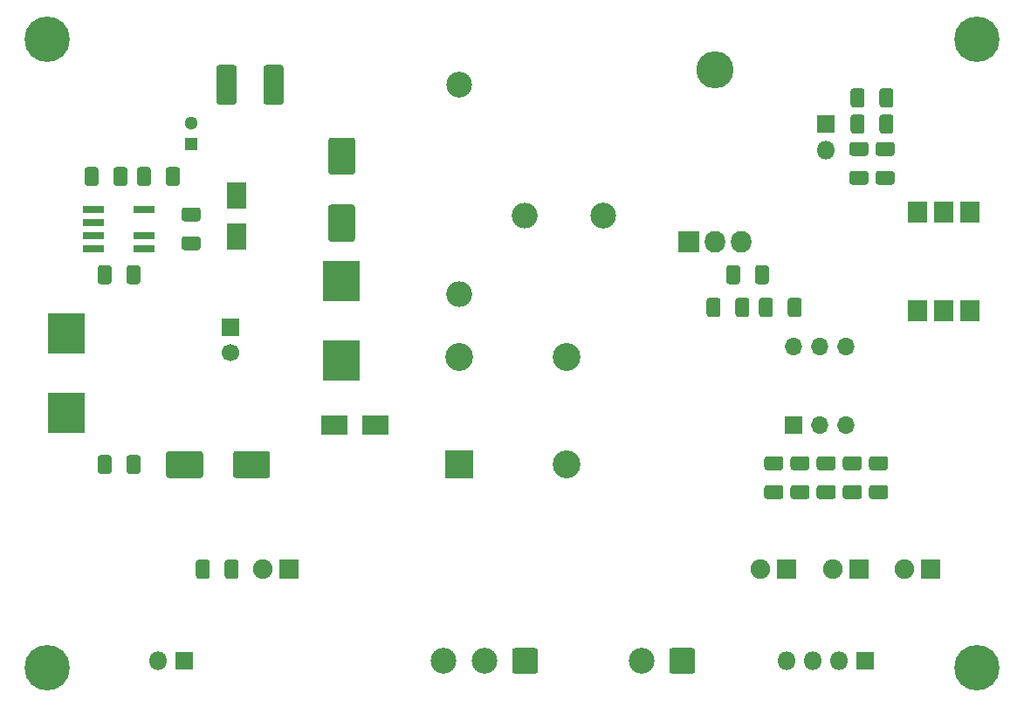
<source format=gbr>
%TF.GenerationSoftware,KiCad,Pcbnew,(5.1.6)-1*%
%TF.CreationDate,2020-07-27T14:36:12-04:00*%
%TF.ProjectId,CARIceCreamControl,43415249-6365-4437-9265-616d436f6e74,rev?*%
%TF.SameCoordinates,Original*%
%TF.FileFunction,Soldermask,Top*%
%TF.FilePolarity,Negative*%
%FSLAX46Y46*%
G04 Gerber Fmt 4.6, Leading zero omitted, Abs format (unit mm)*
G04 Created by KiCad (PCBNEW (5.1.6)-1) date 2020-07-27 14:36:12*
%MOMM*%
%LPD*%
G01*
G04 APERTURE LIST*
%ADD10O,2.500000X2.500000*%
%ADD11C,2.500000*%
%ADD12C,2.700000*%
%ADD13R,2.700000X2.700000*%
%ADD14C,4.400000*%
%ADD15R,1.300000X1.300000*%
%ADD16C,1.300000*%
%ADD17R,1.700000X1.700000*%
%ADD18C,1.700000*%
%ADD19O,3.600000X3.600000*%
%ADD20R,2.005000X2.100000*%
%ADD21O,2.005000X2.100000*%
%ADD22R,2.600000X1.900000*%
%ADD23R,1.900000X2.600000*%
%ADD24R,1.900000X1.900000*%
%ADD25C,1.900000*%
%ADD26R,1.800000X1.800000*%
%ADD27O,1.800000X1.800000*%
%ADD28R,3.600000X3.900000*%
%ADD29O,1.700000X1.700000*%
%ADD30R,2.100000X0.700000*%
%ADD31R,1.880000X2.100000*%
G04 APERTURE END LIST*
D10*
%TO.C,F1*%
X148590000Y-78740000D03*
D11*
X156210000Y-78740000D03*
%TD*%
D12*
%TO.C,D1*%
X152640000Y-102870000D03*
D13*
X142240000Y-102870000D03*
D12*
X142240000Y-92470000D03*
X152640000Y-92470000D03*
%TD*%
D11*
%TO.C,J3*%
X159870000Y-121920000D03*
G36*
G01*
X165080000Y-120930417D02*
X165080000Y-122909583D01*
G75*
G02*
X164819583Y-123170000I-260417J0D01*
G01*
X162840417Y-123170000D01*
G75*
G02*
X162580000Y-122909583I0J260417D01*
G01*
X162580000Y-120930417D01*
G75*
G02*
X162840417Y-120670000I260417J0D01*
G01*
X164819583Y-120670000D01*
G75*
G02*
X165080000Y-120930417I0J-260417D01*
G01*
G37*
%TD*%
%TO.C,J2*%
X140670000Y-121920000D03*
X144630000Y-121920000D03*
G36*
G01*
X149840000Y-120930417D02*
X149840000Y-122909583D01*
G75*
G02*
X149579583Y-123170000I-260417J0D01*
G01*
X147600417Y-123170000D01*
G75*
G02*
X147340000Y-122909583I0J260417D01*
G01*
X147340000Y-120930417D01*
G75*
G02*
X147600417Y-120670000I260417J0D01*
G01*
X149579583Y-120670000D01*
G75*
G02*
X149840000Y-120930417I0J-260417D01*
G01*
G37*
%TD*%
D14*
%TO.C,REF\u002A\u002A*%
X192405000Y-122555000D03*
%TD*%
%TO.C,REF\u002A\u002A*%
X102235000Y-122555000D03*
%TD*%
%TO.C,REF\u002A\u002A*%
X102235000Y-61595000D03*
%TD*%
%TO.C,REF\u002A\u002A*%
X192405000Y-61595000D03*
%TD*%
%TO.C,C1*%
G36*
G01*
X170350000Y-86975000D02*
X170350000Y-88285000D01*
G75*
G02*
X170080000Y-88555000I-270000J0D01*
G01*
X169270000Y-88555000D01*
G75*
G02*
X169000000Y-88285000I0J270000D01*
G01*
X169000000Y-86975000D01*
G75*
G02*
X169270000Y-86705000I270000J0D01*
G01*
X170080000Y-86705000D01*
G75*
G02*
X170350000Y-86975000I0J-270000D01*
G01*
G37*
G36*
G01*
X167550000Y-86975000D02*
X167550000Y-88285000D01*
G75*
G02*
X167280000Y-88555000I-270000J0D01*
G01*
X166470000Y-88555000D01*
G75*
G02*
X166200000Y-88285000I0J270000D01*
G01*
X166200000Y-86975000D01*
G75*
G02*
X166470000Y-86705000I270000J0D01*
G01*
X167280000Y-86705000D01*
G75*
G02*
X167550000Y-86975000I0J-270000D01*
G01*
G37*
%TD*%
%TO.C,C2*%
G36*
G01*
X131850000Y-81250000D02*
X129770000Y-81250000D01*
G75*
G02*
X129510000Y-80990000I0J260000D01*
G01*
X129510000Y-77910000D01*
G75*
G02*
X129770000Y-77650000I260000J0D01*
G01*
X131850000Y-77650000D01*
G75*
G02*
X132110000Y-77910000I0J-260000D01*
G01*
X132110000Y-80990000D01*
G75*
G02*
X131850000Y-81250000I-260000J0D01*
G01*
G37*
G36*
G01*
X131850000Y-74750000D02*
X129770000Y-74750000D01*
G75*
G02*
X129510000Y-74490000I0J260000D01*
G01*
X129510000Y-71410000D01*
G75*
G02*
X129770000Y-71150000I260000J0D01*
G01*
X131850000Y-71150000D01*
G75*
G02*
X132110000Y-71410000I0J-260000D01*
G01*
X132110000Y-74490000D01*
G75*
G02*
X131850000Y-74750000I-260000J0D01*
G01*
G37*
%TD*%
%TO.C,C3*%
G36*
G01*
X117370000Y-101830000D02*
X117370000Y-103910000D01*
G75*
G02*
X117110000Y-104170000I-260000J0D01*
G01*
X114030000Y-104170000D01*
G75*
G02*
X113770000Y-103910000I0J260000D01*
G01*
X113770000Y-101830000D01*
G75*
G02*
X114030000Y-101570000I260000J0D01*
G01*
X117110000Y-101570000D01*
G75*
G02*
X117370000Y-101830000I0J-260000D01*
G01*
G37*
G36*
G01*
X123870000Y-101830000D02*
X123870000Y-103910000D01*
G75*
G02*
X123610000Y-104170000I-260000J0D01*
G01*
X120530000Y-104170000D01*
G75*
G02*
X120270000Y-103910000I0J260000D01*
G01*
X120270000Y-101830000D01*
G75*
G02*
X120530000Y-101570000I260000J0D01*
G01*
X123610000Y-101570000D01*
G75*
G02*
X123870000Y-101830000I0J-260000D01*
G01*
G37*
%TD*%
%TO.C,C4*%
G36*
G01*
X180320000Y-74385000D02*
X181630000Y-74385000D01*
G75*
G02*
X181900000Y-74655000I0J-270000D01*
G01*
X181900000Y-75465000D01*
G75*
G02*
X181630000Y-75735000I-270000J0D01*
G01*
X180320000Y-75735000D01*
G75*
G02*
X180050000Y-75465000I0J270000D01*
G01*
X180050000Y-74655000D01*
G75*
G02*
X180320000Y-74385000I270000J0D01*
G01*
G37*
G36*
G01*
X180320000Y-71585000D02*
X181630000Y-71585000D01*
G75*
G02*
X181900000Y-71855000I0J-270000D01*
G01*
X181900000Y-72665000D01*
G75*
G02*
X181630000Y-72935000I-270000J0D01*
G01*
X180320000Y-72935000D01*
G75*
G02*
X180050000Y-72665000I0J270000D01*
G01*
X180050000Y-71855000D01*
G75*
G02*
X180320000Y-71585000I270000J0D01*
G01*
G37*
%TD*%
%TO.C,C5*%
G36*
G01*
X111295000Y-83800000D02*
X111295000Y-85110000D01*
G75*
G02*
X111025000Y-85380000I-270000J0D01*
G01*
X110215000Y-85380000D01*
G75*
G02*
X109945000Y-85110000I0J270000D01*
G01*
X109945000Y-83800000D01*
G75*
G02*
X110215000Y-83530000I270000J0D01*
G01*
X111025000Y-83530000D01*
G75*
G02*
X111295000Y-83800000I0J-270000D01*
G01*
G37*
G36*
G01*
X108495000Y-83800000D02*
X108495000Y-85110000D01*
G75*
G02*
X108225000Y-85380000I-270000J0D01*
G01*
X107415000Y-85380000D01*
G75*
G02*
X107145000Y-85110000I0J270000D01*
G01*
X107145000Y-83800000D01*
G75*
G02*
X107415000Y-83530000I270000J0D01*
G01*
X108225000Y-83530000D01*
G75*
G02*
X108495000Y-83800000I0J-270000D01*
G01*
G37*
%TD*%
D15*
%TO.C,C6*%
X116205000Y-71755000D03*
D16*
X116205000Y-69755000D03*
%TD*%
D17*
%TO.C,C7*%
X120015000Y-89535000D03*
D18*
X120015000Y-92035000D03*
%TD*%
D19*
%TO.C,Q1*%
X167005000Y-64620000D03*
D20*
X164465000Y-81280000D03*
D21*
X167005000Y-81280000D03*
X169545000Y-81280000D03*
%TD*%
D22*
%TO.C,D2*%
X134080000Y-99060000D03*
X130080000Y-99060000D03*
%TD*%
%TO.C,D3*%
G36*
G01*
X118670000Y-67701487D02*
X118670000Y-64378513D01*
G75*
G02*
X118933513Y-64115000I263513J0D01*
G01*
X120356487Y-64115000D01*
G75*
G02*
X120620000Y-64378513I0J-263513D01*
G01*
X120620000Y-67701487D01*
G75*
G02*
X120356487Y-67965000I-263513J0D01*
G01*
X118933513Y-67965000D01*
G75*
G02*
X118670000Y-67701487I0J263513D01*
G01*
G37*
G36*
G01*
X123220000Y-67701487D02*
X123220000Y-64378513D01*
G75*
G02*
X123483513Y-64115000I263513J0D01*
G01*
X124906487Y-64115000D01*
G75*
G02*
X125170000Y-64378513I0J-263513D01*
G01*
X125170000Y-67701487D01*
G75*
G02*
X124906487Y-67965000I-263513J0D01*
G01*
X123483513Y-67965000D01*
G75*
G02*
X123220000Y-67701487I0J263513D01*
G01*
G37*
%TD*%
D23*
%TO.C,D4*%
X120650000Y-76740000D03*
X120650000Y-80740000D03*
%TD*%
D24*
%TO.C,D5*%
X187960000Y-113030000D03*
D25*
X185420000Y-113030000D03*
%TD*%
%TO.C,D6*%
X171450000Y-113030000D03*
D24*
X173990000Y-113030000D03*
%TD*%
%TO.C,D7*%
X180975000Y-113030000D03*
D25*
X178435000Y-113030000D03*
%TD*%
%TO.C,D9*%
X123190000Y-113030000D03*
D24*
X125730000Y-113030000D03*
%TD*%
D26*
%TO.C,J1*%
X181610000Y-121920000D03*
D27*
X179070000Y-121920000D03*
X176530000Y-121920000D03*
X173990000Y-121920000D03*
%TD*%
D28*
%TO.C,L1*%
X130810000Y-85050000D03*
X130810000Y-92750000D03*
%TD*%
%TO.C,L2*%
X104140000Y-97830000D03*
X104140000Y-90130000D03*
%TD*%
%TO.C,R1*%
G36*
G01*
X172065000Y-104865000D02*
X173375000Y-104865000D01*
G75*
G02*
X173645000Y-105135000I0J-270000D01*
G01*
X173645000Y-105945000D01*
G75*
G02*
X173375000Y-106215000I-270000J0D01*
G01*
X172065000Y-106215000D01*
G75*
G02*
X171795000Y-105945000I0J270000D01*
G01*
X171795000Y-105135000D01*
G75*
G02*
X172065000Y-104865000I270000J0D01*
G01*
G37*
G36*
G01*
X172065000Y-102065000D02*
X173375000Y-102065000D01*
G75*
G02*
X173645000Y-102335000I0J-270000D01*
G01*
X173645000Y-103145000D01*
G75*
G02*
X173375000Y-103415000I-270000J0D01*
G01*
X172065000Y-103415000D01*
G75*
G02*
X171795000Y-103145000I0J270000D01*
G01*
X171795000Y-102335000D01*
G75*
G02*
X172065000Y-102065000I270000J0D01*
G01*
G37*
%TD*%
%TO.C,R2*%
G36*
G01*
X171280000Y-88285000D02*
X171280000Y-86975000D01*
G75*
G02*
X171550000Y-86705000I270000J0D01*
G01*
X172360000Y-86705000D01*
G75*
G02*
X172630000Y-86975000I0J-270000D01*
G01*
X172630000Y-88285000D01*
G75*
G02*
X172360000Y-88555000I-270000J0D01*
G01*
X171550000Y-88555000D01*
G75*
G02*
X171280000Y-88285000I0J270000D01*
G01*
G37*
G36*
G01*
X174080000Y-88285000D02*
X174080000Y-86975000D01*
G75*
G02*
X174350000Y-86705000I270000J0D01*
G01*
X175160000Y-86705000D01*
G75*
G02*
X175430000Y-86975000I0J-270000D01*
G01*
X175430000Y-88285000D01*
G75*
G02*
X175160000Y-88555000I-270000J0D01*
G01*
X174350000Y-88555000D01*
G75*
G02*
X174080000Y-88285000I0J270000D01*
G01*
G37*
%TD*%
%TO.C,R3*%
G36*
G01*
X168105000Y-85110000D02*
X168105000Y-83800000D01*
G75*
G02*
X168375000Y-83530000I270000J0D01*
G01*
X169185000Y-83530000D01*
G75*
G02*
X169455000Y-83800000I0J-270000D01*
G01*
X169455000Y-85110000D01*
G75*
G02*
X169185000Y-85380000I-270000J0D01*
G01*
X168375000Y-85380000D01*
G75*
G02*
X168105000Y-85110000I0J270000D01*
G01*
G37*
G36*
G01*
X170905000Y-85110000D02*
X170905000Y-83800000D01*
G75*
G02*
X171175000Y-83530000I270000J0D01*
G01*
X171985000Y-83530000D01*
G75*
G02*
X172255000Y-83800000I0J-270000D01*
G01*
X172255000Y-85110000D01*
G75*
G02*
X171985000Y-85380000I-270000J0D01*
G01*
X171175000Y-85380000D01*
G75*
G02*
X170905000Y-85110000I0J270000D01*
G01*
G37*
%TD*%
%TO.C,R5*%
G36*
G01*
X182970000Y-70505000D02*
X182970000Y-69195000D01*
G75*
G02*
X183240000Y-68925000I270000J0D01*
G01*
X184050000Y-68925000D01*
G75*
G02*
X184320000Y-69195000I0J-270000D01*
G01*
X184320000Y-70505000D01*
G75*
G02*
X184050000Y-70775000I-270000J0D01*
G01*
X183240000Y-70775000D01*
G75*
G02*
X182970000Y-70505000I0J270000D01*
G01*
G37*
G36*
G01*
X180170000Y-70505000D02*
X180170000Y-69195000D01*
G75*
G02*
X180440000Y-68925000I270000J0D01*
G01*
X181250000Y-68925000D01*
G75*
G02*
X181520000Y-69195000I0J-270000D01*
G01*
X181520000Y-70505000D01*
G75*
G02*
X181250000Y-70775000I-270000J0D01*
G01*
X180440000Y-70775000D01*
G75*
G02*
X180170000Y-70505000I0J270000D01*
G01*
G37*
%TD*%
%TO.C,R6*%
G36*
G01*
X182860000Y-71585000D02*
X184170000Y-71585000D01*
G75*
G02*
X184440000Y-71855000I0J-270000D01*
G01*
X184440000Y-72665000D01*
G75*
G02*
X184170000Y-72935000I-270000J0D01*
G01*
X182860000Y-72935000D01*
G75*
G02*
X182590000Y-72665000I0J270000D01*
G01*
X182590000Y-71855000D01*
G75*
G02*
X182860000Y-71585000I270000J0D01*
G01*
G37*
G36*
G01*
X182860000Y-74385000D02*
X184170000Y-74385000D01*
G75*
G02*
X184440000Y-74655000I0J-270000D01*
G01*
X184440000Y-75465000D01*
G75*
G02*
X184170000Y-75735000I-270000J0D01*
G01*
X182860000Y-75735000D01*
G75*
G02*
X182590000Y-75465000I0J270000D01*
G01*
X182590000Y-74655000D01*
G75*
G02*
X182860000Y-74385000I270000J0D01*
G01*
G37*
%TD*%
%TO.C,R7*%
G36*
G01*
X105875000Y-75585000D02*
X105875000Y-74275000D01*
G75*
G02*
X106145000Y-74005000I270000J0D01*
G01*
X106955000Y-74005000D01*
G75*
G02*
X107225000Y-74275000I0J-270000D01*
G01*
X107225000Y-75585000D01*
G75*
G02*
X106955000Y-75855000I-270000J0D01*
G01*
X106145000Y-75855000D01*
G75*
G02*
X105875000Y-75585000I0J270000D01*
G01*
G37*
G36*
G01*
X108675000Y-75585000D02*
X108675000Y-74275000D01*
G75*
G02*
X108945000Y-74005000I270000J0D01*
G01*
X109755000Y-74005000D01*
G75*
G02*
X110025000Y-74275000I0J-270000D01*
G01*
X110025000Y-75585000D01*
G75*
G02*
X109755000Y-75855000I-270000J0D01*
G01*
X108945000Y-75855000D01*
G75*
G02*
X108675000Y-75585000I0J270000D01*
G01*
G37*
%TD*%
%TO.C,R8*%
G36*
G01*
X180170000Y-67965000D02*
X180170000Y-66655000D01*
G75*
G02*
X180440000Y-66385000I270000J0D01*
G01*
X181250000Y-66385000D01*
G75*
G02*
X181520000Y-66655000I0J-270000D01*
G01*
X181520000Y-67965000D01*
G75*
G02*
X181250000Y-68235000I-270000J0D01*
G01*
X180440000Y-68235000D01*
G75*
G02*
X180170000Y-67965000I0J270000D01*
G01*
G37*
G36*
G01*
X182970000Y-67965000D02*
X182970000Y-66655000D01*
G75*
G02*
X183240000Y-66385000I270000J0D01*
G01*
X184050000Y-66385000D01*
G75*
G02*
X184320000Y-66655000I0J-270000D01*
G01*
X184320000Y-67965000D01*
G75*
G02*
X184050000Y-68235000I-270000J0D01*
G01*
X183240000Y-68235000D01*
G75*
G02*
X182970000Y-67965000I0J270000D01*
G01*
G37*
%TD*%
%TO.C,R9*%
G36*
G01*
X112305000Y-74275000D02*
X112305000Y-75585000D01*
G75*
G02*
X112035000Y-75855000I-270000J0D01*
G01*
X111225000Y-75855000D01*
G75*
G02*
X110955000Y-75585000I0J270000D01*
G01*
X110955000Y-74275000D01*
G75*
G02*
X111225000Y-74005000I270000J0D01*
G01*
X112035000Y-74005000D01*
G75*
G02*
X112305000Y-74275000I0J-270000D01*
G01*
G37*
G36*
G01*
X115105000Y-74275000D02*
X115105000Y-75585000D01*
G75*
G02*
X114835000Y-75855000I-270000J0D01*
G01*
X114025000Y-75855000D01*
G75*
G02*
X113755000Y-75585000I0J270000D01*
G01*
X113755000Y-74275000D01*
G75*
G02*
X114025000Y-74005000I270000J0D01*
G01*
X114835000Y-74005000D01*
G75*
G02*
X115105000Y-74275000I0J-270000D01*
G01*
G37*
%TD*%
%TO.C,R10*%
G36*
G01*
X115550000Y-80735000D02*
X116860000Y-80735000D01*
G75*
G02*
X117130000Y-81005000I0J-270000D01*
G01*
X117130000Y-81815000D01*
G75*
G02*
X116860000Y-82085000I-270000J0D01*
G01*
X115550000Y-82085000D01*
G75*
G02*
X115280000Y-81815000I0J270000D01*
G01*
X115280000Y-81005000D01*
G75*
G02*
X115550000Y-80735000I270000J0D01*
G01*
G37*
G36*
G01*
X115550000Y-77935000D02*
X116860000Y-77935000D01*
G75*
G02*
X117130000Y-78205000I0J-270000D01*
G01*
X117130000Y-79015000D01*
G75*
G02*
X116860000Y-79285000I-270000J0D01*
G01*
X115550000Y-79285000D01*
G75*
G02*
X115280000Y-79015000I0J270000D01*
G01*
X115280000Y-78205000D01*
G75*
G02*
X115550000Y-77935000I270000J0D01*
G01*
G37*
%TD*%
%TO.C,R11*%
G36*
G01*
X182225000Y-104865000D02*
X183535000Y-104865000D01*
G75*
G02*
X183805000Y-105135000I0J-270000D01*
G01*
X183805000Y-105945000D01*
G75*
G02*
X183535000Y-106215000I-270000J0D01*
G01*
X182225000Y-106215000D01*
G75*
G02*
X181955000Y-105945000I0J270000D01*
G01*
X181955000Y-105135000D01*
G75*
G02*
X182225000Y-104865000I270000J0D01*
G01*
G37*
G36*
G01*
X182225000Y-102065000D02*
X183535000Y-102065000D01*
G75*
G02*
X183805000Y-102335000I0J-270000D01*
G01*
X183805000Y-103145000D01*
G75*
G02*
X183535000Y-103415000I-270000J0D01*
G01*
X182225000Y-103415000D01*
G75*
G02*
X181955000Y-103145000I0J270000D01*
G01*
X181955000Y-102335000D01*
G75*
G02*
X182225000Y-102065000I270000J0D01*
G01*
G37*
%TD*%
%TO.C,R12*%
G36*
G01*
X179685000Y-102065000D02*
X180995000Y-102065000D01*
G75*
G02*
X181265000Y-102335000I0J-270000D01*
G01*
X181265000Y-103145000D01*
G75*
G02*
X180995000Y-103415000I-270000J0D01*
G01*
X179685000Y-103415000D01*
G75*
G02*
X179415000Y-103145000I0J270000D01*
G01*
X179415000Y-102335000D01*
G75*
G02*
X179685000Y-102065000I270000J0D01*
G01*
G37*
G36*
G01*
X179685000Y-104865000D02*
X180995000Y-104865000D01*
G75*
G02*
X181265000Y-105135000I0J-270000D01*
G01*
X181265000Y-105945000D01*
G75*
G02*
X180995000Y-106215000I-270000J0D01*
G01*
X179685000Y-106215000D01*
G75*
G02*
X179415000Y-105945000I0J270000D01*
G01*
X179415000Y-105135000D01*
G75*
G02*
X179685000Y-104865000I270000J0D01*
G01*
G37*
%TD*%
%TO.C,R13*%
G36*
G01*
X107145000Y-103525000D02*
X107145000Y-102215000D01*
G75*
G02*
X107415000Y-101945000I270000J0D01*
G01*
X108225000Y-101945000D01*
G75*
G02*
X108495000Y-102215000I0J-270000D01*
G01*
X108495000Y-103525000D01*
G75*
G02*
X108225000Y-103795000I-270000J0D01*
G01*
X107415000Y-103795000D01*
G75*
G02*
X107145000Y-103525000I0J270000D01*
G01*
G37*
G36*
G01*
X109945000Y-103525000D02*
X109945000Y-102215000D01*
G75*
G02*
X110215000Y-101945000I270000J0D01*
G01*
X111025000Y-101945000D01*
G75*
G02*
X111295000Y-102215000I0J-270000D01*
G01*
X111295000Y-103525000D01*
G75*
G02*
X111025000Y-103795000I-270000J0D01*
G01*
X110215000Y-103795000D01*
G75*
G02*
X109945000Y-103525000I0J270000D01*
G01*
G37*
%TD*%
%TO.C,R14*%
G36*
G01*
X175915000Y-106215000D02*
X174605000Y-106215000D01*
G75*
G02*
X174335000Y-105945000I0J270000D01*
G01*
X174335000Y-105135000D01*
G75*
G02*
X174605000Y-104865000I270000J0D01*
G01*
X175915000Y-104865000D01*
G75*
G02*
X176185000Y-105135000I0J-270000D01*
G01*
X176185000Y-105945000D01*
G75*
G02*
X175915000Y-106215000I-270000J0D01*
G01*
G37*
G36*
G01*
X175915000Y-103415000D02*
X174605000Y-103415000D01*
G75*
G02*
X174335000Y-103145000I0J270000D01*
G01*
X174335000Y-102335000D01*
G75*
G02*
X174605000Y-102065000I270000J0D01*
G01*
X175915000Y-102065000D01*
G75*
G02*
X176185000Y-102335000I0J-270000D01*
G01*
X176185000Y-103145000D01*
G75*
G02*
X175915000Y-103415000I-270000J0D01*
G01*
G37*
%TD*%
%TO.C,R15*%
G36*
G01*
X178455000Y-103415000D02*
X177145000Y-103415000D01*
G75*
G02*
X176875000Y-103145000I0J270000D01*
G01*
X176875000Y-102335000D01*
G75*
G02*
X177145000Y-102065000I270000J0D01*
G01*
X178455000Y-102065000D01*
G75*
G02*
X178725000Y-102335000I0J-270000D01*
G01*
X178725000Y-103145000D01*
G75*
G02*
X178455000Y-103415000I-270000J0D01*
G01*
G37*
G36*
G01*
X178455000Y-106215000D02*
X177145000Y-106215000D01*
G75*
G02*
X176875000Y-105945000I0J270000D01*
G01*
X176875000Y-105135000D01*
G75*
G02*
X177145000Y-104865000I270000J0D01*
G01*
X178455000Y-104865000D01*
G75*
G02*
X178725000Y-105135000I0J-270000D01*
G01*
X178725000Y-105945000D01*
G75*
G02*
X178455000Y-106215000I-270000J0D01*
G01*
G37*
%TD*%
%TO.C,R16*%
G36*
G01*
X119470000Y-113685000D02*
X119470000Y-112375000D01*
G75*
G02*
X119740000Y-112105000I270000J0D01*
G01*
X120550000Y-112105000D01*
G75*
G02*
X120820000Y-112375000I0J-270000D01*
G01*
X120820000Y-113685000D01*
G75*
G02*
X120550000Y-113955000I-270000J0D01*
G01*
X119740000Y-113955000D01*
G75*
G02*
X119470000Y-113685000I0J270000D01*
G01*
G37*
G36*
G01*
X116670000Y-113685000D02*
X116670000Y-112375000D01*
G75*
G02*
X116940000Y-112105000I270000J0D01*
G01*
X117750000Y-112105000D01*
G75*
G02*
X118020000Y-112375000I0J-270000D01*
G01*
X118020000Y-113685000D01*
G75*
G02*
X117750000Y-113955000I-270000J0D01*
G01*
X116940000Y-113955000D01*
G75*
G02*
X116670000Y-113685000I0J270000D01*
G01*
G37*
%TD*%
D26*
%TO.C,TP1*%
X177800000Y-69850000D03*
D27*
X177800000Y-72390000D03*
%TD*%
%TO.C,TP2*%
X113030000Y-121920000D03*
D26*
X115570000Y-121920000D03*
%TD*%
D17*
%TO.C,U1*%
X174625000Y-99060000D03*
D29*
X179705000Y-91440000D03*
X177165000Y-99060000D03*
X177165000Y-91440000D03*
X179705000Y-99060000D03*
X174625000Y-91440000D03*
%TD*%
D30*
%TO.C,U2*%
X111670000Y-81915000D03*
X111670000Y-80645000D03*
X111670000Y-78105000D03*
X106770000Y-78105000D03*
X106770000Y-79375000D03*
X106770000Y-80645000D03*
X106770000Y-81915000D03*
%TD*%
D31*
%TO.C,U3*%
X191770000Y-78420000D03*
X186690000Y-87950000D03*
X189230000Y-78420000D03*
X189230000Y-87950000D03*
X186690000Y-78420000D03*
X191770000Y-87950000D03*
%TD*%
D11*
%TO.C,R4*%
X142240000Y-66040000D03*
D10*
X142240000Y-86360000D03*
%TD*%
M02*

</source>
